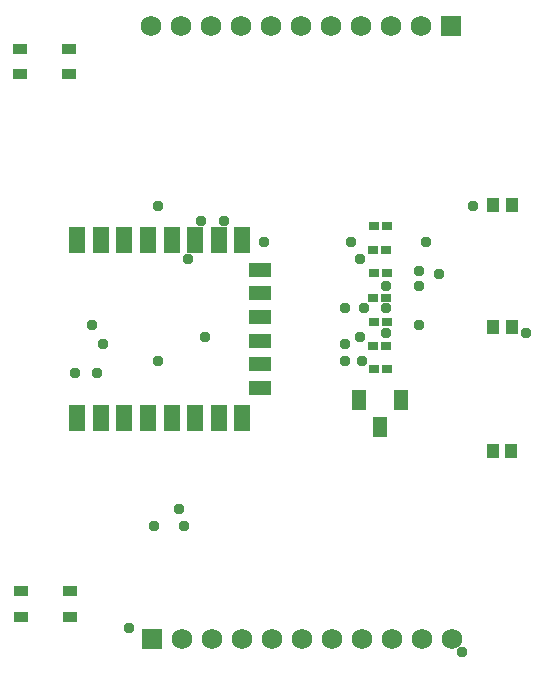
<source format=gbr>
G04 EAGLE Gerber RS-274X export*
G75*
%MOMM*%
%FSLAX34Y34*%
%LPD*%
%INSoldermask Top*%
%IPPOS*%
%AMOC8*
5,1,8,0,0,1.08239X$1,22.5*%
G01*
%ADD10R,1.727200X1.727200*%
%ADD11C,1.727200*%
%ADD12R,1.403200X2.203200*%
%ADD13R,1.903200X1.303200*%
%ADD14R,0.953200X0.803200*%
%ADD15R,1.253200X0.853200*%
%ADD16R,1.003200X1.153200*%
%ADD17R,1.203200X1.803200*%
%ADD18C,0.959600*%


D10*
X596964Y41275D03*
D11*
X622364Y41275D03*
X647764Y41275D03*
X673164Y41275D03*
X698564Y41275D03*
X723964Y41275D03*
X749364Y41275D03*
X774764Y41275D03*
X800164Y41275D03*
X825564Y41275D03*
X850964Y41275D03*
D10*
X850011Y560515D03*
D11*
X824611Y560515D03*
X799211Y560515D03*
X773811Y560515D03*
X748411Y560515D03*
X723011Y560515D03*
X697611Y560515D03*
X672211Y560515D03*
X646811Y560515D03*
X621411Y560515D03*
X596011Y560515D03*
D12*
X533250Y229165D03*
X553250Y229165D03*
X573250Y229165D03*
X593250Y229165D03*
X613250Y229165D03*
X633250Y229165D03*
X653250Y229165D03*
X673250Y229165D03*
X673250Y379165D03*
X653250Y379165D03*
X633250Y379165D03*
X613250Y379165D03*
X593250Y379165D03*
X573250Y379165D03*
X553250Y379165D03*
X533250Y379165D03*
D13*
X688250Y254165D03*
X688250Y274165D03*
X688250Y294165D03*
X688250Y314165D03*
X688250Y334165D03*
X688250Y354165D03*
D14*
X784377Y391351D03*
X795377Y391351D03*
D15*
X485282Y541547D03*
X526782Y541547D03*
X485282Y520047D03*
X526782Y520047D03*
X485409Y82188D03*
X526909Y82188D03*
X485409Y60688D03*
X526909Y60688D03*
D14*
X784250Y370967D03*
X795250Y370967D03*
X784313Y351346D03*
X795313Y351346D03*
D16*
X901128Y408686D03*
X885128Y408686D03*
D14*
X784250Y330708D03*
X795250Y330708D03*
X784504Y309753D03*
X795504Y309753D03*
D16*
X901191Y305562D03*
X885191Y305562D03*
D14*
X784250Y289751D03*
X795250Y289751D03*
X784440Y270383D03*
X795440Y270383D03*
D16*
X901064Y200533D03*
X885064Y200533D03*
D17*
X789877Y221355D03*
X807377Y244355D03*
X772377Y244355D03*
D18*
X638400Y395200D03*
X657600Y395200D03*
X598400Y137600D03*
X624000Y137600D03*
X619200Y152000D03*
X577600Y51200D03*
X859200Y30400D03*
X764800Y377600D03*
X691200Y377600D03*
X828800Y377600D03*
X545600Y307200D03*
X822400Y307200D03*
X531200Y267200D03*
X550400Y267200D03*
X776000Y321600D03*
X795200Y321600D03*
X822400Y353600D03*
X840000Y350400D03*
X760000Y321600D03*
X772800Y297600D03*
X641600Y297600D03*
X774400Y276800D03*
X760000Y276800D03*
X601600Y276800D03*
X772800Y363200D03*
X627200Y363200D03*
X868800Y408000D03*
X601600Y408000D03*
X795200Y340800D03*
X822400Y340800D03*
X795200Y300800D03*
X913600Y300800D03*
X760000Y291200D03*
X555200Y291200D03*
M02*

</source>
